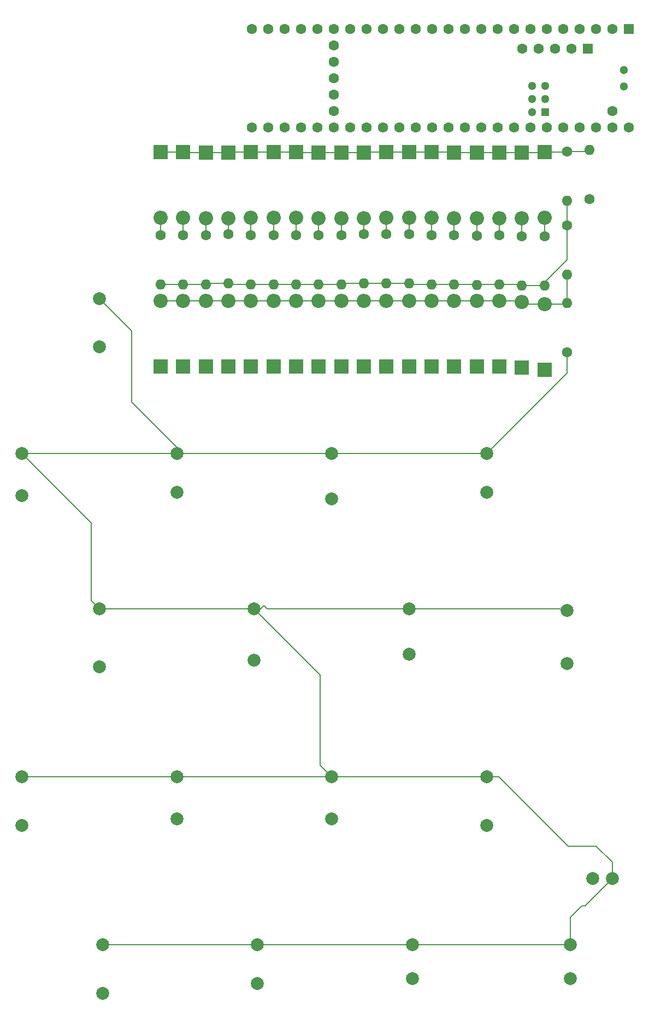
<source format=gbr>
%TF.GenerationSoftware,KiCad,Pcbnew,8.0.1*%
%TF.CreationDate,2024-04-24T21:21:33-04:00*%
%TF.ProjectId,emandoharp,656d616e-646f-4686-9172-702e6b696361,rev?*%
%TF.SameCoordinates,Original*%
%TF.FileFunction,Copper,L1,Top*%
%TF.FilePolarity,Positive*%
%FSLAX46Y46*%
G04 Gerber Fmt 4.6, Leading zero omitted, Abs format (unit mm)*
G04 Created by KiCad (PCBNEW 8.0.1) date 2024-04-24 21:21:33*
%MOMM*%
%LPD*%
G01*
G04 APERTURE LIST*
%TA.AperFunction,ComponentPad*%
%ADD10R,2.200000X2.200000*%
%TD*%
%TA.AperFunction,ComponentPad*%
%ADD11O,2.200000X2.200000*%
%TD*%
%TA.AperFunction,ComponentPad*%
%ADD12C,1.600000*%
%TD*%
%TA.AperFunction,ComponentPad*%
%ADD13O,1.600000X1.600000*%
%TD*%
%TA.AperFunction,ComponentPad*%
%ADD14C,2.000000*%
%TD*%
%TA.AperFunction,ComponentPad*%
%ADD15R,1.600000X1.600000*%
%TD*%
%TA.AperFunction,ComponentPad*%
%ADD16R,1.300000X1.300000*%
%TD*%
%TA.AperFunction,ComponentPad*%
%ADD17C,1.300000*%
%TD*%
%TA.AperFunction,Conductor*%
%ADD18C,0.200000*%
%TD*%
G04 APERTURE END LIST*
D10*
%TO.P,D28,1,K*%
%TO.N,Net-(D27-A)*%
X117000000Y-85750000D03*
D11*
%TO.P,D28,2,A*%
%TO.N,Net-(D10-A)*%
X117000000Y-75590000D03*
%TD*%
D12*
%TO.P,R13,1*%
%TO.N,Net-(D15-A)*%
X96000000Y-65440000D03*
D13*
%TO.P,R13,2*%
%TO.N,Net-(R10-Pad2)*%
X96000000Y-73060000D03*
%TD*%
D14*
%TO.P,P20,1,1*%
%TO.N,Net-(P19-Pad1)*%
X86500000Y-175250000D03*
%TD*%
%TO.P,P3,1,1*%
%TO.N,Net-(D5-A)*%
X50000000Y-105750000D03*
%TD*%
D12*
%TO.P,R2,1*%
%TO.N,Net-(R2-Pad1)*%
X138000000Y-59870000D03*
D13*
%TO.P,R2,2*%
%TO.N,Net-(D1-K)*%
X138000000Y-52250000D03*
%TD*%
D14*
%TO.P,P27,1,1*%
%TO.N,Net-(P19-Pad1)*%
X141500000Y-165000000D03*
%TD*%
D10*
%TO.P,D7,1,K*%
%TO.N,Net-(D1-K)*%
X82000000Y-52670000D03*
D11*
%TO.P,D7,2,A*%
%TO.N,Net-(D7-A)*%
X82000000Y-62830000D03*
%TD*%
D10*
%TO.P,D23,1,K*%
%TO.N,Net-(D1-K)*%
X110000000Y-52590000D03*
D11*
%TO.P,D23,2,A*%
%TO.N,Net-(D23-A)*%
X110000000Y-62750000D03*
%TD*%
D10*
%TO.P,D20,1,K*%
%TO.N,Net-(D19-A)*%
X103000000Y-85750000D03*
D11*
%TO.P,D20,2,A*%
%TO.N,Net-(D10-A)*%
X103000000Y-75590000D03*
%TD*%
D10*
%TO.P,D15,1,K*%
%TO.N,Net-(D1-K)*%
X96000000Y-52670000D03*
D11*
%TO.P,D15,2,A*%
%TO.N,Net-(D15-A)*%
X96000000Y-62830000D03*
%TD*%
D12*
%TO.P,R19,1*%
%TO.N,Net-(D29-A)*%
X120500000Y-65500000D03*
D13*
%TO.P,R19,2*%
%TO.N,Net-(R10-Pad2)*%
X120500000Y-73120000D03*
%TD*%
D10*
%TO.P,D2,1,K*%
%TO.N,Net-(D1-A)*%
X71500000Y-85750000D03*
D11*
%TO.P,D2,2,A*%
%TO.N,Net-(D10-A)*%
X71500000Y-75590000D03*
%TD*%
D14*
%TO.P,P25,1,1*%
%TO.N,Net-(P19-Pad1)*%
X98000000Y-149250000D03*
%TD*%
D10*
%TO.P,D36,1,K*%
%TO.N,Net-(D35-A)*%
X131000000Y-86250000D03*
D11*
%TO.P,D36,2,A*%
%TO.N,Net-(D10-A)*%
X131000000Y-76090000D03*
%TD*%
D15*
%TO.P,U1,1,GND*%
%TO.N,unconnected-(U1-GND-Pad1)*%
X144040000Y-33550000D03*
D12*
%TO.P,U1,2,0_RX1_CRX2_CS1*%
%TO.N,unconnected-(U1-0_RX1_CRX2_CS1-Pad2)*%
X141500000Y-33550000D03*
%TO.P,U1,3,1_TX1_CTX2_MISO1*%
%TO.N,unconnected-(U1-1_TX1_CTX2_MISO1-Pad3)*%
X138960000Y-33550000D03*
%TO.P,U1,4,2_OUT2*%
%TO.N,unconnected-(U1-2_OUT2-Pad4)*%
X136420000Y-33550000D03*
%TO.P,U1,5,3_LRCLK2*%
%TO.N,unconnected-(U1-3_LRCLK2-Pad5)*%
X133880000Y-33550000D03*
%TO.P,U1,6,4_BCLK2*%
%TO.N,unconnected-(U1-4_BCLK2-Pad6)*%
X131340000Y-33550000D03*
%TO.P,U1,7,5_IN2*%
%TO.N,unconnected-(U1-5_IN2-Pad7)*%
X128800000Y-33550000D03*
%TO.P,U1,8,6_OUT1D*%
%TO.N,unconnected-(U1-6_OUT1D-Pad8)*%
X126260000Y-33550000D03*
%TO.P,U1,9,7_RX2_OUT1A*%
%TO.N,unconnected-(U1-7_RX2_OUT1A-Pad9)*%
X123720000Y-33550000D03*
%TO.P,U1,10,8_TX2_IN1*%
%TO.N,unconnected-(U1-8_TX2_IN1-Pad10)*%
X121180000Y-33550000D03*
%TO.P,U1,11,9_OUT1C*%
%TO.N,unconnected-(U1-9_OUT1C-Pad11)*%
X118640000Y-33550000D03*
%TO.P,U1,12,10_CS_MQSR*%
%TO.N,unconnected-(U1-10_CS_MQSR-Pad12)*%
X116100000Y-33550000D03*
%TO.P,U1,13,11_MOSI_CTX1*%
%TO.N,unconnected-(U1-11_MOSI_CTX1-Pad13)*%
X113560000Y-33550000D03*
%TO.P,U1,14,12_MISO_MQSL*%
%TO.N,unconnected-(U1-12_MISO_MQSL-Pad14)*%
X111020000Y-33550000D03*
%TO.P,U1,15,3V3*%
%TO.N,unconnected-(U1-3V3-Pad15)*%
X108480000Y-33550000D03*
%TO.P,U1,16,24_A10_TX6_SCL2*%
%TO.N,Net-(D1-A)*%
X105940000Y-33550000D03*
%TO.P,U1,17,25_A11_RX6_SDA2*%
%TO.N,Net-(D3-A)*%
X103400000Y-33550000D03*
%TO.P,U1,18,26_A12_MOSI1*%
%TO.N,Net-(D5-A)*%
X100860000Y-33550000D03*
%TO.P,U1,19,27_A13_SCK1*%
%TO.N,Net-(D7-A)*%
X98320000Y-33550000D03*
%TO.P,U1,20,28_RX7*%
%TO.N,unconnected-(U1-28_RX7-Pad20)*%
X95780000Y-33550000D03*
%TO.P,U1,21,29_TX7*%
%TO.N,unconnected-(U1-29_TX7-Pad21)*%
X93240000Y-33550000D03*
%TO.P,U1,22,30_CRX3*%
%TO.N,unconnected-(U1-30_CRX3-Pad22)*%
X90700000Y-33550000D03*
%TO.P,U1,23,31_CTX3*%
%TO.N,unconnected-(U1-31_CTX3-Pad23)*%
X88160000Y-33550000D03*
%TO.P,U1,24,32_OUT1B*%
%TO.N,unconnected-(U1-32_OUT1B-Pad24)*%
X85620000Y-33550000D03*
%TO.P,U1,25,33_MCLK2*%
%TO.N,unconnected-(U1-33_MCLK2-Pad25)*%
X85620000Y-48790000D03*
%TO.P,U1,26,34_RX8*%
%TO.N,unconnected-(U1-34_RX8-Pad26)*%
X88160000Y-48790000D03*
%TO.P,U1,27,35_TX8*%
%TO.N,unconnected-(U1-35_TX8-Pad27)*%
X90700000Y-48790000D03*
%TO.P,U1,28,36_CS*%
%TO.N,unconnected-(U1-36_CS-Pad28)*%
X93240000Y-48790000D03*
%TO.P,U1,29,37_CS*%
%TO.N,unconnected-(U1-37_CS-Pad29)*%
X95780000Y-48790000D03*
%TO.P,U1,30,38_CS1_IN1*%
%TO.N,Net-(D10-K)*%
X98320000Y-48790000D03*
%TO.P,U1,31,39_MISO1_OUT1A*%
%TO.N,Net-(D11-A)*%
X100860000Y-48790000D03*
%TO.P,U1,32,40_A16*%
%TO.N,Net-(D13-A)*%
X103400000Y-48790000D03*
%TO.P,U1,33,41_A17*%
%TO.N,Net-(D15-A)*%
X105940000Y-48790000D03*
%TO.P,U1,34,GND*%
%TO.N,unconnected-(U1-GND-Pad34)*%
X108480000Y-48790000D03*
%TO.P,U1,35,13_SCK_LED*%
%TO.N,unconnected-(U1-13_SCK_LED-Pad35)*%
X111020000Y-48790000D03*
%TO.P,U1,36,14_A0_TX3_SPDIF_OUT*%
%TO.N,Net-(D17-A)*%
X113560000Y-48790000D03*
%TO.P,U1,37,15_A1_RX3_SPDIF_IN*%
%TO.N,Net-(D19-A)*%
X116100000Y-48790000D03*
%TO.P,U1,38,16_A2_RX4_SCL1*%
%TO.N,Net-(D21-A)*%
X118640000Y-48790000D03*
%TO.P,U1,39,17_A3_TX4_SDA1*%
%TO.N,Net-(D23-A)*%
X121180000Y-48790000D03*
%TO.P,U1,40,18_A4_SDA*%
%TO.N,Net-(D25-A)*%
X123720000Y-48790000D03*
%TO.P,U1,41,19_A5_SCL*%
%TO.N,Net-(D27-A)*%
X126260000Y-48790000D03*
%TO.P,U1,42,20_A6_TX5_LRCLK1*%
%TO.N,Net-(D29-A)*%
X128800000Y-48790000D03*
%TO.P,U1,43,21_A7_RX5_BCLK1*%
%TO.N,Net-(D31-A)*%
X131340000Y-48790000D03*
%TO.P,U1,44,22_A8_CTX1*%
%TO.N,Net-(D33-A)*%
X133880000Y-48790000D03*
%TO.P,U1,45,23_A9_CRX1_MCLK1*%
%TO.N,Net-(D35-A)*%
X136420000Y-48790000D03*
%TO.P,U1,46,3V3*%
%TO.N,Net-(R2-Pad1)*%
X138960000Y-48790000D03*
%TO.P,U1,47,GND*%
%TO.N,Net-(P19-Pad1)*%
X141500000Y-48790000D03*
%TO.P,U1,48,VIN*%
%TO.N,unconnected-(U1-VIN-Pad48)*%
X144040000Y-48790000D03*
%TO.P,U1,49,VUSB*%
%TO.N,unconnected-(U1-VUSB-Pad49)*%
X141500000Y-46250000D03*
%TO.P,U1,50,VBAT*%
%TO.N,unconnected-(U1-VBAT-Pad50)*%
X98320000Y-36090000D03*
%TO.P,U1,51,3V3*%
%TO.N,unconnected-(U1-3V3-Pad51)*%
X98320000Y-38630000D03*
%TO.P,U1,52,GND*%
%TO.N,unconnected-(U1-GND-Pad52)*%
X98320000Y-41170000D03*
%TO.P,U1,53,PROGRAM*%
%TO.N,unconnected-(U1-PROGRAM-Pad53)*%
X98320000Y-43710000D03*
%TO.P,U1,54,ON_OFF*%
%TO.N,unconnected-(U1-ON_OFF-Pad54)*%
X98320000Y-46250000D03*
D15*
%TO.P,U1,55,5V*%
%TO.N,unconnected-(U1-5V-Pad55)*%
X137740800Y-36600800D03*
D12*
%TO.P,U1,56,D-*%
%TO.N,unconnected-(U1-D--Pad56)*%
X135200800Y-36600800D03*
%TO.P,U1,57,D+*%
%TO.N,unconnected-(U1-D+-Pad57)*%
X132660800Y-36600800D03*
%TO.P,U1,58,GND*%
%TO.N,unconnected-(U1-GND-Pad58)*%
X130120800Y-36600800D03*
%TO.P,U1,59,GND*%
%TO.N,unconnected-(U1-GND-Pad59)*%
X127580800Y-36600800D03*
D16*
%TO.P,U1,60,R+*%
%TO.N,unconnected-(U1-R+-Pad60)*%
X131070000Y-46351600D03*
D17*
%TO.P,U1,61,LED*%
%TO.N,unconnected-(U1-LED-Pad61)*%
X131070000Y-44351600D03*
%TO.P,U1,62,T-*%
%TO.N,unconnected-(U1-T--Pad62)*%
X131070000Y-42351600D03*
%TO.P,U1,63,T+*%
%TO.N,unconnected-(U1-T+-Pad63)*%
X129070000Y-42351600D03*
%TO.P,U1,64,GND*%
%TO.N,unconnected-(U1-GND-Pad64)*%
X129070000Y-44351600D03*
%TO.P,U1,65,R-*%
%TO.N,unconnected-(U1-R--Pad65)*%
X129070000Y-46351600D03*
%TO.P,U1,66,D-*%
%TO.N,unconnected-(U1-D--Pad66)*%
X143310000Y-42440000D03*
%TO.P,U1,67,D+*%
%TO.N,unconnected-(U1-D+-Pad67)*%
X143310000Y-39900000D03*
%TD*%
D14*
%TO.P,P23,1,1*%
%TO.N,Net-(P19-Pad1)*%
X50000000Y-149250000D03*
%TD*%
%TO.P,P17,1,1*%
%TO.N,Net-(D33-A)*%
X134500000Y-131750000D03*
%TD*%
D12*
%TO.P,R6,1*%
%TO.N,Net-(D3-A)*%
X75000000Y-65440000D03*
D13*
%TO.P,R6,2*%
%TO.N,Net-(R10-Pad2)*%
X75000000Y-73060000D03*
%TD*%
D12*
%TO.P,R10,1*%
%TO.N,Net-(D21-A)*%
X106500000Y-65250000D03*
D13*
%TO.P,R10,2*%
%TO.N,Net-(R10-Pad2)*%
X106500000Y-72870000D03*
%TD*%
D10*
%TO.P,D29,1,K*%
%TO.N,Net-(D1-K)*%
X120500000Y-52670000D03*
D11*
%TO.P,D29,2,A*%
%TO.N,Net-(D29-A)*%
X120500000Y-62830000D03*
%TD*%
D14*
%TO.P,P19,1,1*%
%TO.N,Net-(P19-Pad1)*%
X62500000Y-175250000D03*
%TD*%
%TO.P,P6,1,1*%
%TO.N,Net-(D11-A)*%
X74000000Y-155750000D03*
%TD*%
D12*
%TO.P,R14,1*%
%TO.N,Net-(D17-A)*%
X99500000Y-65440000D03*
D13*
%TO.P,R14,2*%
%TO.N,Net-(R10-Pad2)*%
X99500000Y-73060000D03*
%TD*%
D14*
%TO.P,P21,1,1*%
%TO.N,Net-(P19-Pad1)*%
X110500000Y-175250000D03*
%TD*%
%TO.P,P34,1,1*%
%TO.N,Net-(P19-Pad1)*%
X98000000Y-99250000D03*
%TD*%
%TO.P,P36,1,1*%
%TO.N,Net-(P19-Pad1)*%
X62000000Y-75250000D03*
%TD*%
D10*
%TO.P,D11,1,K*%
%TO.N,Net-(D1-K)*%
X89000000Y-52590000D03*
D11*
%TO.P,D11,2,A*%
%TO.N,Net-(D11-A)*%
X89000000Y-62750000D03*
%TD*%
D14*
%TO.P,P15,1,1*%
%TO.N,Net-(D29-A)*%
X122000000Y-105250000D03*
%TD*%
D10*
%TO.P,D8,1,K*%
%TO.N,Net-(D7-A)*%
X82000000Y-85750000D03*
D11*
%TO.P,D8,2,A*%
%TO.N,Net-(D10-A)*%
X82000000Y-75590000D03*
%TD*%
D10*
%TO.P,D12,1,K*%
%TO.N,Net-(D11-A)*%
X89000000Y-85750000D03*
D11*
%TO.P,D12,2,A*%
%TO.N,Net-(D10-A)*%
X89000000Y-75590000D03*
%TD*%
D10*
%TO.P,D9,1,K*%
%TO.N,Net-(D1-K)*%
X85500000Y-52590000D03*
D11*
%TO.P,D9,2,A*%
%TO.N,Net-(D10-K)*%
X85500000Y-62750000D03*
%TD*%
D10*
%TO.P,D27,1,K*%
%TO.N,Net-(D1-K)*%
X117000000Y-52670000D03*
D11*
%TO.P,D27,2,A*%
%TO.N,Net-(D27-A)*%
X117000000Y-62830000D03*
%TD*%
D14*
%TO.P,P12,1,1*%
%TO.N,Net-(D23-A)*%
X110000000Y-130250000D03*
%TD*%
%TO.P,P13,1,1*%
%TO.N,Net-(D25-A)*%
X110500000Y-180500000D03*
%TD*%
D10*
%TO.P,D10,1,K*%
%TO.N,Net-(D10-K)*%
X85500000Y-85750000D03*
D11*
%TO.P,D10,2,A*%
%TO.N,Net-(D10-A)*%
X85500000Y-75590000D03*
%TD*%
D10*
%TO.P,D19,1,K*%
%TO.N,Net-(D1-K)*%
X103000000Y-52670000D03*
D11*
%TO.P,D19,2,A*%
%TO.N,Net-(D19-A)*%
X103000000Y-62830000D03*
%TD*%
D14*
%TO.P,P22,1,1*%
%TO.N,Net-(P19-Pad1)*%
X135000000Y-175250000D03*
%TD*%
%TO.P,P11,1,1*%
%TO.N,Net-(D21-A)*%
X98000000Y-155750000D03*
%TD*%
D12*
%TO.P,R11,1*%
%TO.N,Net-(D11-A)*%
X89000000Y-65440000D03*
D13*
%TO.P,R11,2*%
%TO.N,Net-(R10-Pad2)*%
X89000000Y-73060000D03*
%TD*%
D10*
%TO.P,D14,1,K*%
%TO.N,Net-(D13-A)*%
X92500000Y-85750000D03*
D11*
%TO.P,D14,2,A*%
%TO.N,Net-(D10-A)*%
X92500000Y-75590000D03*
%TD*%
D10*
%TO.P,D16,1,K*%
%TO.N,Net-(D15-A)*%
X96000000Y-85750000D03*
D11*
%TO.P,D16,2,A*%
%TO.N,Net-(D10-A)*%
X96000000Y-75590000D03*
%TD*%
D12*
%TO.P,R3,1*%
%TO.N,Net-(D1-K)*%
X134500000Y-52440000D03*
D13*
%TO.P,R3,2*%
%TO.N,Net-(R10-Pad2)*%
X134500000Y-60060000D03*
%TD*%
D14*
%TO.P,P14,1,1*%
%TO.N,Net-(D27-A)*%
X122000000Y-156750000D03*
%TD*%
%TO.P,P9,1,1*%
%TO.N,Net-(D17-A)*%
X86000000Y-131250000D03*
%TD*%
D12*
%TO.P,R7,1*%
%TO.N,Net-(D5-A)*%
X78500000Y-65440000D03*
D13*
%TO.P,R7,2*%
%TO.N,Net-(R10-Pad2)*%
X78500000Y-73060000D03*
%TD*%
D12*
%TO.P,R22,1*%
%TO.N,Net-(D35-A)*%
X131000000Y-65630000D03*
D13*
%TO.P,R22,2*%
%TO.N,Net-(R10-Pad2)*%
X131000000Y-73250000D03*
%TD*%
D14*
%TO.P,P32,1,1*%
%TO.N,Net-(P19-Pad1)*%
X50000000Y-99250000D03*
%TD*%
%TO.P,P29,1,1*%
%TO.N,Net-(P19-Pad1)*%
X86000000Y-123250000D03*
%TD*%
D10*
%TO.P,D34,1,K*%
%TO.N,Net-(D33-A)*%
X127500000Y-85910000D03*
D11*
%TO.P,D34,2,A*%
%TO.N,Net-(D10-A)*%
X127500000Y-75750000D03*
%TD*%
D14*
%TO.P,P7,1,1*%
%TO.N,Net-(D13-A)*%
X86500000Y-181250000D03*
%TD*%
D10*
%TO.P,D30,1,K*%
%TO.N,Net-(D29-A)*%
X120500000Y-85750000D03*
D11*
%TO.P,D30,2,A*%
%TO.N,Net-(D10-A)*%
X120500000Y-75590000D03*
%TD*%
D10*
%TO.P,D32,1,K*%
%TO.N,Net-(D31-A)*%
X124000000Y-85750000D03*
D11*
%TO.P,D32,2,A*%
%TO.N,Net-(D10-A)*%
X124000000Y-75590000D03*
%TD*%
D12*
%TO.P,R8,1*%
%TO.N,Net-(D7-A)*%
X82000000Y-65250000D03*
D13*
%TO.P,R8,2*%
%TO.N,Net-(R10-Pad2)*%
X82000000Y-72870000D03*
%TD*%
D12*
%TO.P,R15,1*%
%TO.N,Net-(D19-A)*%
X103000000Y-65250000D03*
D13*
%TO.P,R15,2*%
%TO.N,Net-(R10-Pad2)*%
X103000000Y-72870000D03*
%TD*%
D10*
%TO.P,D21,1,K*%
%TO.N,Net-(D1-K)*%
X106500000Y-52590000D03*
D11*
%TO.P,D21,2,A*%
%TO.N,Net-(D21-A)*%
X106500000Y-62750000D03*
%TD*%
D14*
%TO.P,P33,1,1*%
%TO.N,Net-(P19-Pad1)*%
X74000000Y-99250000D03*
%TD*%
D12*
%TO.P,R4,1*%
%TO.N,Net-(R10-Pad2)*%
X134500000Y-63940000D03*
D13*
%TO.P,R4,2*%
%TO.N,Net-(D10-A)*%
X134500000Y-71560000D03*
%TD*%
D10*
%TO.P,D4,1,K*%
%TO.N,Net-(D3-A)*%
X75000000Y-85750000D03*
D11*
%TO.P,D4,2,A*%
%TO.N,Net-(D10-A)*%
X75000000Y-75590000D03*
%TD*%
D10*
%TO.P,D26,1,K*%
%TO.N,Net-(D25-A)*%
X113500000Y-85750000D03*
D11*
%TO.P,D26,2,A*%
%TO.N,Net-(D10-A)*%
X113500000Y-75590000D03*
%TD*%
D10*
%TO.P,D22,1,K*%
%TO.N,Net-(D21-A)*%
X106500000Y-85750000D03*
D11*
%TO.P,D22,2,A*%
%TO.N,Net-(D10-A)*%
X106500000Y-75590000D03*
%TD*%
D14*
%TO.P,P31,1,1*%
%TO.N,Net-(P19-Pad1)*%
X134500000Y-123500000D03*
%TD*%
D10*
%TO.P,D31,1,K*%
%TO.N,Net-(D1-K)*%
X124000000Y-52670000D03*
D11*
%TO.P,D31,2,A*%
%TO.N,Net-(D31-A)*%
X124000000Y-62830000D03*
%TD*%
D14*
%TO.P,P2,1,1*%
%TO.N,Net-(D3-A)*%
X50000000Y-156750000D03*
%TD*%
D10*
%TO.P,D24,1,K*%
%TO.N,Net-(D23-A)*%
X110000000Y-85750000D03*
D11*
%TO.P,D24,2,A*%
%TO.N,Net-(D10-A)*%
X110000000Y-75590000D03*
%TD*%
D12*
%TO.P,R9,1*%
%TO.N,Net-(D10-K)*%
X85500000Y-65440000D03*
D13*
%TO.P,R9,2*%
%TO.N,Net-(R10-Pad2)*%
X85500000Y-73060000D03*
%TD*%
D10*
%TO.P,D25,1,K*%
%TO.N,Net-(D1-K)*%
X113500000Y-52590000D03*
D11*
%TO.P,D25,2,A*%
%TO.N,Net-(D25-A)*%
X113500000Y-62750000D03*
%TD*%
D14*
%TO.P,P8,1,1*%
%TO.N,Net-(D15-A)*%
X74000000Y-105250000D03*
%TD*%
D10*
%TO.P,D33,1,K*%
%TO.N,Net-(D1-K)*%
X127500000Y-52670000D03*
D11*
%TO.P,D33,2,A*%
%TO.N,Net-(D33-A)*%
X127500000Y-62830000D03*
%TD*%
D14*
%TO.P,P5,1,1*%
%TO.N,Net-(D10-K)*%
X62000000Y-132250000D03*
%TD*%
%TO.P,P10,1,1*%
%TO.N,Net-(D19-A)*%
X98000000Y-106250000D03*
%TD*%
D10*
%TO.P,D17,1,K*%
%TO.N,Net-(D1-K)*%
X99500000Y-52670000D03*
D11*
%TO.P,D17,2,A*%
%TO.N,Net-(D17-A)*%
X99500000Y-62830000D03*
%TD*%
D14*
%TO.P,P1,1,1*%
%TO.N,Net-(D1-A)*%
X62000000Y-82750000D03*
%TD*%
D12*
%TO.P,R1,1*%
%TO.N,Net-(P19-Pad1)*%
X134500000Y-83560000D03*
D13*
%TO.P,R1,2*%
%TO.N,Net-(D10-A)*%
X134500000Y-75940000D03*
%TD*%
D10*
%TO.P,D5,1,K*%
%TO.N,Net-(D1-K)*%
X78500000Y-52670000D03*
D11*
%TO.P,D5,2,A*%
%TO.N,Net-(D5-A)*%
X78500000Y-62830000D03*
%TD*%
D12*
%TO.P,R18,1*%
%TO.N,Net-(D27-A)*%
X117000000Y-65440000D03*
D13*
%TO.P,R18,2*%
%TO.N,Net-(R10-Pad2)*%
X117000000Y-73060000D03*
%TD*%
D12*
%TO.P,R5,1*%
%TO.N,Net-(D1-A)*%
X71500000Y-65440000D03*
D13*
%TO.P,R5,2*%
%TO.N,Net-(R10-Pad2)*%
X71500000Y-73060000D03*
%TD*%
D14*
%TO.P,P30,1,1*%
%TO.N,Net-(P19-Pad1)*%
X110000000Y-123250000D03*
%TD*%
D12*
%TO.P,R20,1*%
%TO.N,Net-(D31-A)*%
X124000000Y-65440000D03*
D13*
%TO.P,R20,2*%
%TO.N,Net-(R10-Pad2)*%
X124000000Y-73060000D03*
%TD*%
D10*
%TO.P,D3,1,K*%
%TO.N,Net-(D1-K)*%
X75000000Y-52590000D03*
D11*
%TO.P,D3,2,A*%
%TO.N,Net-(D3-A)*%
X75000000Y-62750000D03*
%TD*%
D14*
%TO.P,P26,1,1*%
%TO.N,Net-(P19-Pad1)*%
X122000000Y-149250000D03*
%TD*%
D12*
%TO.P,R16,1*%
%TO.N,Net-(D23-A)*%
X110000000Y-65250000D03*
D13*
%TO.P,R16,2*%
%TO.N,Net-(R10-Pad2)*%
X110000000Y-72870000D03*
%TD*%
D10*
%TO.P,D13,1,K*%
%TO.N,Net-(D1-K)*%
X92500000Y-52590000D03*
D11*
%TO.P,D13,2,A*%
%TO.N,Net-(D13-A)*%
X92500000Y-62750000D03*
%TD*%
D10*
%TO.P,D35,1,K*%
%TO.N,Net-(D1-K)*%
X131000000Y-52590000D03*
D11*
%TO.P,D35,2,A*%
%TO.N,Net-(D35-A)*%
X131000000Y-62750000D03*
%TD*%
D10*
%TO.P,D6,1,K*%
%TO.N,Net-(D5-A)*%
X78500000Y-85750000D03*
D11*
%TO.P,D6,2,A*%
%TO.N,Net-(D10-A)*%
X78500000Y-75590000D03*
%TD*%
D12*
%TO.P,R17,1*%
%TO.N,Net-(D25-A)*%
X113500000Y-65440000D03*
D13*
%TO.P,R17,2*%
%TO.N,Net-(R10-Pad2)*%
X113500000Y-73060000D03*
%TD*%
D10*
%TO.P,D1,1,K*%
%TO.N,Net-(D1-K)*%
X71500000Y-52590000D03*
D11*
%TO.P,D1,2,A*%
%TO.N,Net-(D1-A)*%
X71500000Y-62750000D03*
%TD*%
D10*
%TO.P,D18,1,K*%
%TO.N,Net-(D17-A)*%
X99500000Y-85750000D03*
D11*
%TO.P,D18,2,A*%
%TO.N,Net-(D10-A)*%
X99500000Y-75590000D03*
%TD*%
D14*
%TO.P,P4,1,1*%
%TO.N,Net-(D7-A)*%
X62500000Y-182750000D03*
%TD*%
%TO.P,P18,1,1*%
%TO.N,Net-(D35-A)*%
X138500000Y-165000000D03*
%TD*%
%TO.P,P24,1,1*%
%TO.N,Net-(P19-Pad1)*%
X74000000Y-149250000D03*
%TD*%
D12*
%TO.P,R12,1*%
%TO.N,Net-(D13-A)*%
X92500000Y-65440000D03*
D13*
%TO.P,R12,2*%
%TO.N,Net-(R10-Pad2)*%
X92500000Y-73060000D03*
%TD*%
D14*
%TO.P,P16,1,1*%
%TO.N,Net-(D31-A)*%
X135000000Y-180500000D03*
%TD*%
D12*
%TO.P,R21,1*%
%TO.N,Net-(D33-A)*%
X127500000Y-65630000D03*
D13*
%TO.P,R21,2*%
%TO.N,Net-(R10-Pad2)*%
X127500000Y-73250000D03*
%TD*%
D14*
%TO.P,P35,1,1*%
%TO.N,Net-(P19-Pad1)*%
X122000000Y-99250000D03*
%TD*%
%TO.P,P28,1,1*%
%TO.N,Net-(P19-Pad1)*%
X62000000Y-123250000D03*
%TD*%
D18*
%TO.N,Net-(P19-Pad1)*%
X141500000Y-165000000D02*
X137250000Y-169250000D01*
X137250000Y-169250000D02*
X136750000Y-169250000D01*
X136750000Y-169250000D02*
X135000000Y-171000000D01*
X135000000Y-171000000D02*
X135000000Y-175250000D01*
X135000000Y-175250000D02*
X110000000Y-175250000D01*
X134631371Y-160000000D02*
X139000000Y-160000000D01*
X123881371Y-149250000D02*
X134631371Y-160000000D01*
X122000000Y-149250000D02*
X123881371Y-149250000D01*
X139000000Y-160000000D02*
X141500000Y-162500000D01*
X141500000Y-162500000D02*
X141500000Y-165000000D01*
%TO.N,Net-(D1-A)*%
X71500000Y-62750000D02*
X71500000Y-65440000D01*
%TO.N,Net-(D10-A)*%
X78500000Y-75590000D02*
X75000000Y-75590000D01*
X127340000Y-75590000D02*
X124000000Y-75590000D01*
X99500000Y-75590000D02*
X96000000Y-75590000D01*
X131000000Y-76090000D02*
X127840000Y-76090000D01*
X127840000Y-76090000D02*
X127500000Y-75750000D01*
X134500000Y-71560000D02*
X134500000Y-75940000D01*
X71500000Y-75590000D02*
X75000000Y-75590000D01*
X106500000Y-75590000D02*
X103000000Y-75590000D01*
X85500000Y-75590000D02*
X82000000Y-75590000D01*
X120500000Y-75590000D02*
X117000000Y-75590000D01*
X96000000Y-75590000D02*
X92500000Y-75590000D01*
X117000000Y-75590000D02*
X113500000Y-75590000D01*
X127500000Y-75750000D02*
X127340000Y-75590000D01*
X134350000Y-76090000D02*
X134500000Y-75940000D01*
X131000000Y-76090000D02*
X134350000Y-76090000D01*
X82000000Y-75590000D02*
X78500000Y-75590000D01*
X89000000Y-75590000D02*
X85500000Y-75590000D01*
X110000000Y-75590000D02*
X106500000Y-75590000D01*
X113500000Y-75590000D02*
X110000000Y-75590000D01*
X124000000Y-75590000D02*
X120500000Y-75590000D01*
X103000000Y-75590000D02*
X99500000Y-75590000D01*
X92500000Y-75590000D02*
X89000000Y-75590000D01*
%TO.N,Net-(D21-A)*%
X106500000Y-62750000D02*
X106500000Y-65250000D01*
%TO.N,Net-(D25-A)*%
X113500000Y-62750000D02*
X113500000Y-65440000D01*
%TO.N,Net-(D27-A)*%
X117000000Y-62830000D02*
X117000000Y-65440000D01*
%TO.N,Net-(D29-A)*%
X120500000Y-62830000D02*
X120500000Y-65630000D01*
%TO.N,Net-(D31-A)*%
X124000000Y-62830000D02*
X124000000Y-65440000D01*
%TO.N,Net-(D33-A)*%
X127500000Y-62830000D02*
X127500000Y-65630000D01*
%TO.N,Net-(D35-A)*%
X131000000Y-62750000D02*
X131000000Y-65630000D01*
%TO.N,Net-(D1-K)*%
X103500000Y-52590000D02*
X106500000Y-52590000D01*
X92920000Y-52670000D02*
X96000000Y-52670000D01*
X127500000Y-52670000D02*
X130920000Y-52670000D01*
X106500000Y-52590000D02*
X110000000Y-52590000D01*
X134500000Y-52440000D02*
X137810000Y-52440000D01*
X78500000Y-52670000D02*
X82000000Y-52670000D01*
X113500000Y-52590000D02*
X116920000Y-52590000D01*
X85500000Y-52590000D02*
X89000000Y-52590000D01*
X110000000Y-52590000D02*
X113500000Y-52590000D01*
X75420000Y-52670000D02*
X78500000Y-52670000D01*
X117000000Y-52670000D02*
X120500000Y-52670000D01*
X75340000Y-52590000D02*
X75420000Y-52670000D01*
X92840000Y-52590000D02*
X92920000Y-52670000D01*
X116920000Y-52590000D02*
X117000000Y-52670000D01*
X130920000Y-52670000D02*
X131000000Y-52590000D01*
X134350000Y-52590000D02*
X134500000Y-52440000D01*
X131000000Y-52590000D02*
X134350000Y-52590000D01*
X96000000Y-52670000D02*
X99500000Y-52670000D01*
X82920000Y-52670000D02*
X83000000Y-52590000D01*
X83000000Y-52590000D02*
X85500000Y-52590000D01*
X82000000Y-52670000D02*
X82920000Y-52670000D01*
X137810000Y-52440000D02*
X138000000Y-52250000D01*
X103000000Y-52670000D02*
X103420000Y-52670000D01*
X120500000Y-52670000D02*
X124000000Y-52670000D01*
X92500000Y-52590000D02*
X92840000Y-52590000D01*
X71500000Y-52590000D02*
X75000000Y-52590000D01*
X124000000Y-52670000D02*
X127500000Y-52670000D01*
X75000000Y-52590000D02*
X75340000Y-52590000D01*
X89000000Y-52590000D02*
X92500000Y-52590000D01*
X103420000Y-52670000D02*
X103500000Y-52590000D01*
X99500000Y-52670000D02*
X103000000Y-52670000D01*
%TO.N,Net-(D3-A)*%
X75000000Y-62750000D02*
X75000000Y-65440000D01*
%TO.N,Net-(D5-A)*%
X78500000Y-62830000D02*
X78500000Y-65440000D01*
%TO.N,Net-(D7-A)*%
X82000000Y-62830000D02*
X82000000Y-65250000D01*
%TO.N,Net-(D10-K)*%
X85500000Y-62750000D02*
X85500000Y-65440000D01*
%TO.N,Net-(D11-A)*%
X89000000Y-62750000D02*
X89000000Y-65440000D01*
%TO.N,Net-(D13-A)*%
X92500000Y-62750000D02*
X92500000Y-65440000D01*
%TO.N,Net-(D15-A)*%
X96000000Y-62830000D02*
X96000000Y-65440000D01*
%TO.N,Net-(D17-A)*%
X99500000Y-62830000D02*
X99500000Y-65440000D01*
%TO.N,Net-(D19-A)*%
X103000000Y-62830000D02*
X103000000Y-65250000D01*
%TO.N,Net-(D23-A)*%
X110000000Y-62750000D02*
X110000000Y-65250000D01*
%TO.N,Net-(P19-Pad1)*%
X74000000Y-98250000D02*
X67000000Y-91250000D01*
X60750000Y-110000000D02*
X50000000Y-99250000D01*
X62000000Y-123250000D02*
X87000000Y-123250000D01*
X134000001Y-123000001D02*
X134500000Y-123500000D01*
X50000000Y-149250000D02*
X74000000Y-149250000D01*
X74000000Y-99250000D02*
X74000000Y-98250000D01*
X122000000Y-99250000D02*
X134500000Y-86750000D01*
X98000000Y-149250000D02*
X96250000Y-147500000D01*
X60750000Y-122000000D02*
X60750000Y-110000000D01*
X62000000Y-175250000D02*
X86000000Y-175250000D01*
X67000000Y-91250000D02*
X67000000Y-80250000D01*
X88000000Y-123250000D02*
X110000000Y-123250000D01*
X110000000Y-123250000D02*
X133500001Y-123250001D01*
X96250000Y-133500000D02*
X86000000Y-123250000D01*
X96250000Y-147500000D02*
X96250000Y-133500000D01*
X134500000Y-86750000D02*
X134500000Y-83560000D01*
X122000000Y-99250000D02*
X98000000Y-99250000D01*
X50000000Y-99250000D02*
X74000000Y-99250000D01*
X67000000Y-80250000D02*
X62000000Y-75250000D01*
X98000000Y-149250000D02*
X122000000Y-149250000D01*
X62000000Y-123250000D02*
X60750000Y-122000000D01*
X74000000Y-99250000D02*
X98000000Y-99250000D01*
X86000000Y-175250000D02*
X110000000Y-175250000D01*
X87000000Y-123250000D02*
X87500000Y-122750000D01*
X74000000Y-149250000D02*
X98000000Y-149250000D01*
X87500000Y-122750000D02*
X88000000Y-123250000D01*
%TO.N,Net-(R10-Pad2)*%
X99690000Y-72870000D02*
X99500000Y-73060000D01*
X117000000Y-73060000D02*
X113500000Y-73060000D01*
X89000000Y-73060000D02*
X92500000Y-73060000D01*
X131000000Y-73250000D02*
X127500000Y-73250000D01*
X96000000Y-73060000D02*
X92500000Y-73060000D01*
X127310000Y-73060000D02*
X127500000Y-73250000D01*
X103000000Y-72870000D02*
X99690000Y-72870000D01*
X131000000Y-73250000D02*
X131000000Y-72750000D01*
X113500000Y-73060000D02*
X110190000Y-73060000D01*
X110190000Y-73060000D02*
X110000000Y-72870000D01*
X124000000Y-73060000D02*
X127310000Y-73060000D01*
X110000000Y-72870000D02*
X106500000Y-72870000D01*
X78810000Y-73060000D02*
X79000000Y-72870000D01*
X82000000Y-72870000D02*
X82380000Y-72870000D01*
X120310000Y-73060000D02*
X120500000Y-73250000D01*
X134500000Y-63940000D02*
X134500000Y-60060000D01*
X79000000Y-72870000D02*
X82000000Y-72870000D01*
X99500000Y-73060000D02*
X96000000Y-73060000D01*
X71500000Y-73060000D02*
X75000000Y-73060000D01*
X82570000Y-73060000D02*
X85500000Y-73060000D01*
X78500000Y-73060000D02*
X78810000Y-73060000D01*
X124000000Y-73060000D02*
X120690000Y-73060000D01*
X131000000Y-72750000D02*
X134500000Y-69250000D01*
X117000000Y-73060000D02*
X120310000Y-73060000D01*
X75000000Y-73060000D02*
X78500000Y-73060000D01*
X106500000Y-72870000D02*
X103000000Y-72870000D01*
X85500000Y-73060000D02*
X89000000Y-73060000D01*
X82380000Y-72870000D02*
X82570000Y-73060000D01*
X120690000Y-73060000D02*
X120500000Y-73250000D01*
X134500000Y-69250000D02*
X134500000Y-63940000D01*
%TD*%
M02*

</source>
